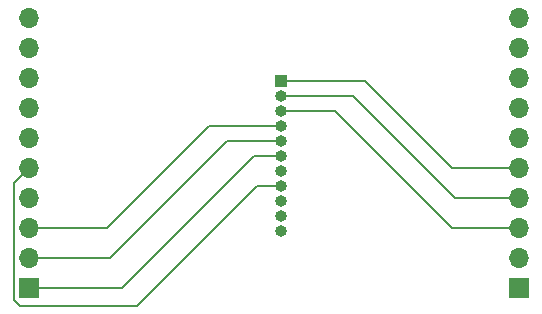
<source format=gbr>
%TF.GenerationSoftware,KiCad,Pcbnew,(5.1.10)-1*%
%TF.CreationDate,2023-08-12T08:02:14-05:00*%
%TF.ProjectId,perovskite_router,7065726f-7673-46b6-9974-655f726f7574,A*%
%TF.SameCoordinates,Original*%
%TF.FileFunction,Copper,L1,Top*%
%TF.FilePolarity,Positive*%
%FSLAX46Y46*%
G04 Gerber Fmt 4.6, Leading zero omitted, Abs format (unit mm)*
G04 Created by KiCad (PCBNEW (5.1.10)-1) date 2023-08-12 08:02:14*
%MOMM*%
%LPD*%
G01*
G04 APERTURE LIST*
%TA.AperFunction,ComponentPad*%
%ADD10O,1.000000X1.000000*%
%TD*%
%TA.AperFunction,ComponentPad*%
%ADD11R,1.000000X1.000000*%
%TD*%
%TA.AperFunction,ComponentPad*%
%ADD12O,1.700000X1.700000*%
%TD*%
%TA.AperFunction,ComponentPad*%
%ADD13R,1.700000X1.700000*%
%TD*%
%TA.AperFunction,Conductor*%
%ADD14C,0.152400*%
%TD*%
G04 APERTURE END LIST*
D10*
%TO.P,J3,11*%
%TO.N,SDA*%
X155702000Y-104394000D03*
%TO.P,J3,10*%
%TO.N,SCL*%
X155702000Y-103124000D03*
%TO.P,J3,9*%
%TO.N,COMMON_1*%
X155702000Y-101854000D03*
%TO.P,J3,8*%
%TO.N,GND*%
X155702000Y-100584000D03*
%TO.P,J3,7*%
%TO.N,+3V3*%
X155702000Y-99314000D03*
%TO.P,J3,6*%
%TO.N,CELL_1*%
X155702000Y-98044000D03*
%TO.P,J3,5*%
%TO.N,CELL_2*%
X155702000Y-96774000D03*
%TO.P,J3,4*%
%TO.N,CELL_3*%
X155702000Y-95504000D03*
%TO.P,J3,3*%
%TO.N,CELL_6*%
X155702000Y-94234000D03*
%TO.P,J3,2*%
%TO.N,CELL_5*%
X155702000Y-92964000D03*
D11*
%TO.P,J3,1*%
%TO.N,CELL_4*%
X155702000Y-91694000D03*
%TD*%
D12*
%TO.P,J2,10*%
%TO.N,+3V3*%
X175866000Y-86360000D03*
%TO.P,J2,9*%
%TO.N,A0*%
X175866000Y-88900000D03*
%TO.P,J2,8*%
%TO.N,A1*%
X175866000Y-91440000D03*
%TO.P,J2,7*%
%TO.N,A2*%
X175866000Y-93980000D03*
%TO.P,J2,6*%
%TO.N,Net-(J2-Pad6)*%
X175866000Y-96520000D03*
%TO.P,J2,5*%
%TO.N,CELL_4*%
X175866000Y-99060000D03*
%TO.P,J2,4*%
%TO.N,CELL_5*%
X175866000Y-101600000D03*
%TO.P,J2,3*%
%TO.N,CELL_6*%
X175866000Y-104140000D03*
%TO.P,J2,2*%
%TO.N,Net-(J2-Pad2)*%
X175866000Y-106680000D03*
D13*
%TO.P,J2,1*%
%TO.N,COMMON_1*%
X175866000Y-109220000D03*
%TD*%
D12*
%TO.P,J1,10*%
%TO.N,COMMON_1*%
X134366000Y-86360000D03*
%TO.P,J1,9*%
%TO.N,Net-(J1-Pad9)*%
X134366000Y-88900000D03*
%TO.P,J1,8*%
%TO.N,SDA*%
X134366000Y-91440000D03*
%TO.P,J1,7*%
%TO.N,SCL*%
X134366000Y-93980000D03*
%TO.P,J1,6*%
%TO.N,ALERT*%
X134366000Y-96520000D03*
%TO.P,J1,5*%
%TO.N,GND*%
X134366000Y-99060000D03*
%TO.P,J1,4*%
%TO.N,Net-(J1-Pad4)*%
X134366000Y-101600000D03*
%TO.P,J1,3*%
%TO.N,CELL_3*%
X134366000Y-104140000D03*
%TO.P,J1,2*%
%TO.N,CELL_2*%
X134366000Y-106680000D03*
D13*
%TO.P,J1,1*%
%TO.N,CELL_1*%
X134366000Y-109220000D03*
%TD*%
D14*
%TO.N,GND*%
X155702000Y-100584000D02*
X153670000Y-100584000D01*
X153670000Y-100584000D02*
X143510000Y-110744000D01*
X133604000Y-110744000D02*
X133096000Y-110236000D01*
X143510000Y-110744000D02*
X133604000Y-110744000D01*
X133096000Y-100330000D02*
X134366000Y-99060000D01*
X133096000Y-110236000D02*
X133096000Y-100330000D01*
%TO.N,CELL_3*%
X155702000Y-95504000D02*
X149606000Y-95504000D01*
X140970000Y-104140000D02*
X134366000Y-104140000D01*
X149606000Y-95504000D02*
X140970000Y-104140000D01*
%TO.N,CELL_2*%
X155702000Y-96774000D02*
X151130000Y-96774000D01*
X141224000Y-106680000D02*
X134366000Y-106680000D01*
X151130000Y-96774000D02*
X141224000Y-106680000D01*
%TO.N,CELL_1*%
X155702000Y-98044000D02*
X153416000Y-98044000D01*
X142240000Y-109220000D02*
X134366000Y-109220000D01*
X153416000Y-98044000D02*
X142240000Y-109220000D01*
%TO.N,CELL_4*%
X155702000Y-91694000D02*
X162814000Y-91694000D01*
X170180000Y-99060000D02*
X175866000Y-99060000D01*
X162814000Y-91694000D02*
X170180000Y-99060000D01*
%TO.N,CELL_5*%
X155702000Y-92964000D02*
X161798000Y-92964000D01*
X170434000Y-101600000D02*
X175866000Y-101600000D01*
X161798000Y-92964000D02*
X170434000Y-101600000D01*
%TO.N,CELL_6*%
X155702000Y-94234000D02*
X160274000Y-94234000D01*
X170180000Y-104140000D02*
X175866000Y-104140000D01*
X160274000Y-94234000D02*
X170180000Y-104140000D01*
%TD*%
M02*

</source>
